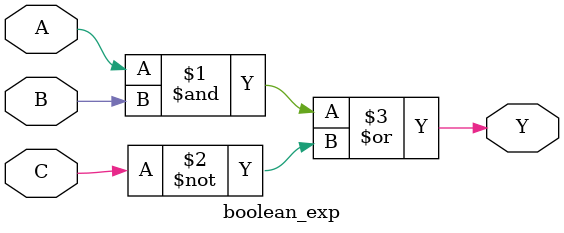
<source format=v>
`timescale 1ns / 1ps

module boolean_exp(
    input A,
    input B,
    input C,
    output Y
    );

    assign Y = (A & B) | (~C);

endmodule

</source>
